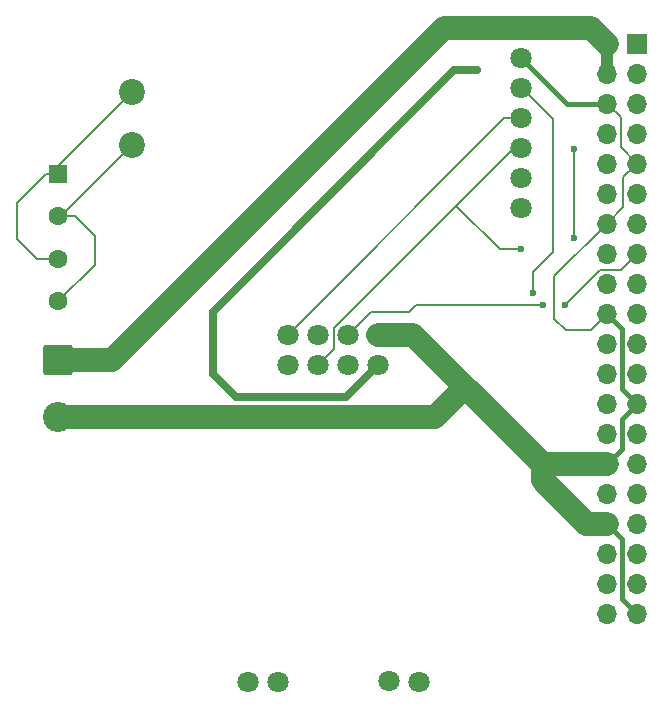
<source format=gbr>
%TF.GenerationSoftware,KiCad,Pcbnew,8.0.6*%
%TF.CreationDate,2025-03-02T18:57:53-07:00*%
%TF.ProjectId,Main Computer,4d61696e-2043-46f6-9d70-757465722e6b,rev?*%
%TF.SameCoordinates,Original*%
%TF.FileFunction,Copper,L1,Top*%
%TF.FilePolarity,Positive*%
%FSLAX46Y46*%
G04 Gerber Fmt 4.6, Leading zero omitted, Abs format (unit mm)*
G04 Created by KiCad (PCBNEW 8.0.6) date 2025-03-02 18:57:53*
%MOMM*%
%LPD*%
G01*
G04 APERTURE LIST*
G04 Aperture macros list*
%AMRoundRect*
0 Rectangle with rounded corners*
0 $1 Rounding radius*
0 $2 $3 $4 $5 $6 $7 $8 $9 X,Y pos of 4 corners*
0 Add a 4 corners polygon primitive as box body*
4,1,4,$2,$3,$4,$5,$6,$7,$8,$9,$2,$3,0*
0 Add four circle primitives for the rounded corners*
1,1,$1+$1,$2,$3*
1,1,$1+$1,$4,$5*
1,1,$1+$1,$6,$7*
1,1,$1+$1,$8,$9*
0 Add four rect primitives between the rounded corners*
20,1,$1+$1,$2,$3,$4,$5,0*
20,1,$1+$1,$4,$5,$6,$7,0*
20,1,$1+$1,$6,$7,$8,$9,0*
20,1,$1+$1,$8,$9,$2,$3,0*%
G04 Aperture macros list end*
%TA.AperFunction,ComponentPad*%
%ADD10RoundRect,0.250000X-0.550000X0.550000X-0.550000X-0.550000X0.550000X-0.550000X0.550000X0.550000X0*%
%TD*%
%TA.AperFunction,ComponentPad*%
%ADD11C,1.600000*%
%TD*%
%TA.AperFunction,ComponentPad*%
%ADD12C,1.800000*%
%TD*%
%TA.AperFunction,ComponentPad*%
%ADD13C,2.200000*%
%TD*%
%TA.AperFunction,ComponentPad*%
%ADD14RoundRect,0.249999X-1.025001X1.025001X-1.025001X-1.025001X1.025001X-1.025001X1.025001X1.025001X0*%
%TD*%
%TA.AperFunction,ComponentPad*%
%ADD15C,2.550000*%
%TD*%
%TA.AperFunction,ComponentPad*%
%ADD16R,1.700000X1.700000*%
%TD*%
%TA.AperFunction,ComponentPad*%
%ADD17O,1.700000X1.700000*%
%TD*%
%TA.AperFunction,ViaPad*%
%ADD18C,0.600000*%
%TD*%
%TA.AperFunction,Conductor*%
%ADD19C,0.200000*%
%TD*%
%TA.AperFunction,Conductor*%
%ADD20C,0.400000*%
%TD*%
%TA.AperFunction,Conductor*%
%ADD21C,0.700000*%
%TD*%
%TA.AperFunction,Conductor*%
%ADD22C,2.000000*%
%TD*%
%TA.AperFunction,Conductor*%
%ADD23C,1.000000*%
%TD*%
G04 APERTURE END LIST*
D10*
%TO.P,J4,1,Pin_1*%
%TO.N,Low*%
X100300000Y-107700000D03*
D11*
%TO.P,J4,2,Pin_2*%
%TO.N,High*%
X100300000Y-111300000D03*
%TO.P,J4,3,Pin_3*%
%TO.N,Low*%
X100300000Y-114900000D03*
%TO.P,J4,4,Pin_4*%
%TO.N,High*%
X100300000Y-118500000D03*
%TD*%
D12*
%TO.P,UNIT_1,1,INT*%
%TO.N,INT*%
X139500000Y-110620000D03*
%TO.P,UNIT_1,2,SCK*%
%TO.N,SCK*%
X139500000Y-108080000D03*
%TO.P,UNIT_1,3,SI*%
%TO.N,SI*%
X139500000Y-105540000D03*
%TO.P,UNIT_1,4,SO*%
%TO.N,SO*%
X139500000Y-103000000D03*
%TO.P,UNIT_1,5,CS*%
%TO.N,CS*%
X139500000Y-100460000D03*
%TO.P,UNIT_1,6,GND*%
%TO.N,GND*%
X139500000Y-97920000D03*
%TO.P,UNIT_1,7,VCC*%
%TO.N,+5v*%
X139500000Y-95380000D03*
D13*
%TO.P,UNIT_1,8,High_CAN*%
%TO.N,High*%
X106560000Y-105250000D03*
%TO.P,UNIT_1,9,Low_CAN*%
%TO.N,Low*%
X106560000Y-100750000D03*
%TD*%
D12*
%TO.P,U2,1,GND*%
%TO.N,GND*%
X127380000Y-121315000D03*
%TO.P,U2,2,VCC*%
%TO.N,3V3*%
X127380000Y-123855000D03*
%TO.P,U2,3,CE*%
%TO.N,CE*%
X124840000Y-121315000D03*
%TO.P,U2,4,CSN*%
%TO.N,CSN*%
X124840000Y-123855000D03*
%TO.P,U2,5,SCK*%
%TO.N,SCK*%
X122300000Y-121315000D03*
%TO.P,U2,6,MOSI*%
%TO.N,SI*%
X122300000Y-123855000D03*
%TO.P,U2,7,MISO*%
%TO.N,SO*%
X119760000Y-121315000D03*
%TO.P,U2,8,IRQ*%
%TO.N,unconnected-(U2-IRQ-Pad8)*%
X119760000Y-123855000D03*
%TO.P,U2,9*%
%TO.N,N/C*%
X116330000Y-150705000D03*
X128320000Y-150645000D03*
%TO.P,U2,10*%
X118870000Y-150765000D03*
X130860000Y-150705000D03*
%TD*%
D14*
%TO.P,J3,1,Pin_1*%
%TO.N,+5v*%
X100300000Y-123500000D03*
D15*
%TO.P,J3,2,Pin_2*%
%TO.N,GND*%
X100300000Y-128300000D03*
%TD*%
D16*
%TO.P,J1,1,3V3*%
%TO.N,3V3*%
X149300000Y-96700000D03*
D17*
%TO.P,J1,2,5V*%
%TO.N,+5v*%
X146760000Y-96700000D03*
%TO.P,J1,3,GPIO_2*%
%TO.N,unconnected-(J1-GPIO_2-Pad3)*%
X149300000Y-99240000D03*
%TO.P,J1,4,5V*%
%TO.N,+5v*%
X146760000Y-99240000D03*
%TO.P,J1,5,GPIO_3*%
%TO.N,unconnected-(J1-GPIO_3-Pad5)*%
X149300000Y-101780000D03*
%TO.P,J1,6,GND*%
%TO.N,GND*%
X146760000Y-101780000D03*
%TO.P,J1,7,GPIO_4*%
%TO.N,unconnected-(J1-GPIO_4-Pad7)*%
X149300000Y-104320000D03*
%TO.P,J1,8,GPIO_14*%
%TO.N,unconnected-(J1-GPIO_14-Pad8)*%
X146760000Y-104320000D03*
%TO.P,J1,9,GND*%
%TO.N,GND*%
X149300000Y-106860000D03*
%TO.P,J1,10,GPIO_15*%
%TO.N,unconnected-(J1-GPIO_15-Pad10)*%
X146760000Y-106860000D03*
%TO.P,J1,11,GPIO_17*%
%TO.N,unconnected-(J1-GPIO_17-Pad11)*%
X149300000Y-109400000D03*
%TO.P,J1,12,GPIO_18*%
%TO.N,unconnected-(J1-GPIO_18-Pad12)*%
X146760000Y-109400000D03*
%TO.P,J1,13,GPIO_27*%
%TO.N,unconnected-(J1-GPIO_27-Pad13)*%
X149300000Y-111940000D03*
%TO.P,J1,14,GND*%
%TO.N,GND*%
X146760000Y-111940000D03*
%TO.P,J1,15,GPIO_22*%
%TO.N,CE*%
X149300000Y-114480000D03*
%TO.P,J1,16,GPIO_23*%
%TO.N,unconnected-(J1-GPIO_23-Pad16)*%
X146760000Y-114480000D03*
%TO.P,J1,17,3V3*%
%TO.N,unconnected-(J1-3V3-Pad17)*%
X149300000Y-117020000D03*
%TO.P,J1,18,GPIO_24*%
%TO.N,unconnected-(J1-GPIO_24-Pad18)*%
X146760000Y-117020000D03*
%TO.P,J1,19,GPIO_10*%
%TO.N,SI*%
X149300000Y-119560000D03*
%TO.P,J1,20,GND*%
%TO.N,GND*%
X146760000Y-119560000D03*
%TO.P,J1,21,GPIO_9*%
%TO.N,SO*%
X149300000Y-122100000D03*
%TO.P,J1,22,GPIO_25*%
%TO.N,INT*%
X146760000Y-122100000D03*
%TO.P,J1,23,GPIO_11*%
%TO.N,SCK*%
X149300000Y-124640000D03*
%TO.P,J1,24,GPIO_8*%
%TO.N,CS*%
X146760000Y-124640000D03*
%TO.P,J1,25,GND*%
%TO.N,GND*%
X149300000Y-127180000D03*
%TO.P,J1,26,GPIO_7*%
%TO.N,CSN*%
X146760000Y-127180000D03*
%TO.P,J1,27,GPIO_0*%
%TO.N,unconnected-(J1-GPIO_0-Pad27)*%
X149300000Y-129720000D03*
%TO.P,J1,28,GPIO_1*%
%TO.N,unconnected-(J1-GPIO_1-Pad28)*%
X146760000Y-129720000D03*
%TO.P,J1,29,GPIO_5*%
%TO.N,unconnected-(J1-GPIO_5-Pad29)*%
X149300000Y-132260000D03*
%TO.P,J1,30,GND*%
%TO.N,GND*%
X146760000Y-132260000D03*
%TO.P,J1,31,GPIO_6*%
%TO.N,unconnected-(J1-GPIO_6-Pad31)*%
X149300000Y-134800000D03*
%TO.P,J1,32,GPIO_12*%
%TO.N,unconnected-(J1-GPIO_12-Pad32)*%
X146760000Y-134800000D03*
%TO.P,J1,33,GPIO_13*%
%TO.N,unconnected-(J1-GPIO_13-Pad33)*%
X149300000Y-137340000D03*
%TO.P,J1,34,GND*%
%TO.N,GND*%
X146760000Y-137340000D03*
%TO.P,J1,35,GPIO_19*%
%TO.N,unconnected-(J1-GPIO_19-Pad35)*%
X149300000Y-139880000D03*
%TO.P,J1,36,GPIO_16*%
%TO.N,unconnected-(J1-GPIO_16-Pad36)*%
X146760000Y-139880000D03*
%TO.P,J1,37,GPIO_26*%
%TO.N,unconnected-(J1-GPIO_26-Pad37)*%
X149300000Y-142420000D03*
%TO.P,J1,38,GPIO_20*%
%TO.N,unconnected-(J1-GPIO_20-Pad38)*%
X146760000Y-142420000D03*
%TO.P,J1,39,GND*%
%TO.N,GND*%
X149300000Y-144960000D03*
%TO.P,J1,40,GPIO_21*%
%TO.N,unconnected-(J1-GPIO_21-Pad40)*%
X146760000Y-144960000D03*
%TD*%
D18*
%TO.N,3V3*%
X135710000Y-98940000D03*
%TO.N,CE*%
X143200000Y-118800000D03*
X141300000Y-118800000D03*
%TO.N,SO*%
X144000000Y-113100000D03*
X144000000Y-105600000D03*
%TO.N,SI*%
X139500000Y-114100000D03*
%TO.N,CS*%
X140500000Y-117800000D03*
%TD*%
D19*
%TO.N,GND*%
X146760000Y-111940000D02*
X142310000Y-116390000D01*
X142310000Y-119970000D02*
X143280000Y-120940000D01*
X142310000Y-116390000D02*
X142310000Y-119970000D01*
X143280000Y-120940000D02*
X145380000Y-120940000D01*
X145380000Y-120940000D02*
X146760000Y-119560000D01*
D20*
X149300000Y-127180000D02*
X148050000Y-125930000D01*
X148050000Y-125930000D02*
X148050000Y-120850000D01*
X148050000Y-120850000D02*
X146760000Y-119560000D01*
D21*
%TO.N,3V3*%
X124625000Y-126610000D02*
X115350000Y-126610000D01*
X115350000Y-126610000D02*
X113390000Y-124650000D01*
X113390000Y-119380000D02*
X133830000Y-98940000D01*
X127380000Y-123855000D02*
X124625000Y-126610000D01*
X133830000Y-98940000D02*
X135710000Y-98940000D01*
X113390000Y-124650000D02*
X113390000Y-119380000D01*
D22*
%TO.N,GND*%
X141300000Y-132260000D02*
X141300000Y-133630000D01*
X145010000Y-137340000D02*
X146760000Y-137340000D01*
X141300000Y-133630000D02*
X145010000Y-137340000D01*
X134770000Y-125730000D02*
X141300000Y-132260000D01*
X141300000Y-132260000D02*
X146760000Y-132260000D01*
X100300000Y-128300000D02*
X132200000Y-128300000D01*
X132200000Y-128300000D02*
X134770000Y-125730000D01*
X134770000Y-125730000D02*
X130355000Y-121315000D01*
X130355000Y-121315000D02*
X127380000Y-121315000D01*
D23*
%TO.N,+5v*%
X146760000Y-99240000D02*
X146760000Y-96700000D01*
D22*
X139500000Y-95380000D02*
X145440000Y-95380000D01*
X145440000Y-95380000D02*
X146760000Y-96700000D01*
X100300000Y-123500000D02*
X104820000Y-123500000D01*
X104820000Y-123500000D02*
X132960000Y-95360000D01*
X132960000Y-95360000D02*
X132980000Y-95380000D01*
X132980000Y-95380000D02*
X139500000Y-95380000D01*
D19*
%TO.N,CE*%
X147910000Y-115870000D02*
X146130000Y-115870000D01*
X126755000Y-119400000D02*
X124840000Y-121315000D01*
X130600000Y-118800000D02*
X130000000Y-119400000D01*
X146130000Y-115870000D02*
X143200000Y-118800000D01*
X141300000Y-118800000D02*
X130600000Y-118800000D01*
X149300000Y-114480000D02*
X147910000Y-115870000D01*
X130000000Y-119400000D02*
X126755000Y-119400000D01*
%TO.N,GND*%
X149300000Y-106860000D02*
X147910000Y-105470000D01*
X149300000Y-106860000D02*
X148150000Y-108010000D01*
X148150000Y-108010000D02*
X148150000Y-110550000D01*
D20*
X148010000Y-131010000D02*
X148010000Y-128470000D01*
D19*
X148150000Y-110550000D02*
X146760000Y-111940000D01*
D20*
X146760000Y-132260000D02*
X148010000Y-131010000D01*
X148010000Y-128470000D02*
X149300000Y-127180000D01*
D19*
X147910000Y-105470000D02*
X147910000Y-102930000D01*
X147910000Y-102930000D02*
X146760000Y-101780000D01*
D20*
X148010000Y-138590000D02*
X148010000Y-143670000D01*
X146760000Y-137340000D02*
X148010000Y-138590000D01*
X143360000Y-101780000D02*
X139500000Y-97920000D01*
X146760000Y-101780000D02*
X143360000Y-101780000D01*
X148010000Y-143670000D02*
X149300000Y-144960000D01*
D19*
%TO.N,High*%
X103400000Y-113000000D02*
X103400000Y-115400000D01*
X106560000Y-105250000D02*
X100510000Y-111300000D01*
X100300000Y-111300000D02*
X101700000Y-111300000D01*
X101700000Y-111300000D02*
X103400000Y-113000000D01*
X100510000Y-111300000D02*
X100300000Y-111300000D01*
X103400000Y-115400000D02*
X100300000Y-118500000D01*
%TO.N,Low*%
X98500000Y-114900000D02*
X96800000Y-113200000D01*
X106560000Y-100750000D02*
X100300000Y-107010000D01*
X100300000Y-107010000D02*
X100300000Y-107700000D01*
X96800000Y-113200000D02*
X96800000Y-110200000D01*
X100300000Y-114900000D02*
X98500000Y-114900000D01*
X96800000Y-110200000D02*
X99300000Y-107700000D01*
X99300000Y-107700000D02*
X100300000Y-107700000D01*
%TO.N,SO*%
X138075000Y-103000000D02*
X119760000Y-121315000D01*
X139500000Y-103000000D02*
X138075000Y-103000000D01*
X144000000Y-105600000D02*
X144000000Y-113100000D01*
%TO.N,SI*%
X122300000Y-123855000D02*
X123640000Y-122515000D01*
X123640000Y-120760000D02*
X134000000Y-110400000D01*
X134000000Y-110400000D02*
X138860000Y-105540000D01*
X137700000Y-114100000D02*
X134000000Y-110400000D01*
X139500000Y-114100000D02*
X137700000Y-114100000D01*
X138860000Y-105540000D02*
X139500000Y-105540000D01*
X123640000Y-122515000D02*
X123640000Y-120760000D01*
%TO.N,CS*%
X142200000Y-103100000D02*
X139560000Y-100460000D01*
X140500000Y-116000000D02*
X142200000Y-114300000D01*
X139560000Y-100460000D02*
X139500000Y-100460000D01*
X140500000Y-117800000D02*
X140500000Y-116000000D01*
X142200000Y-114300000D02*
X142200000Y-103100000D01*
%TD*%
M02*

</source>
